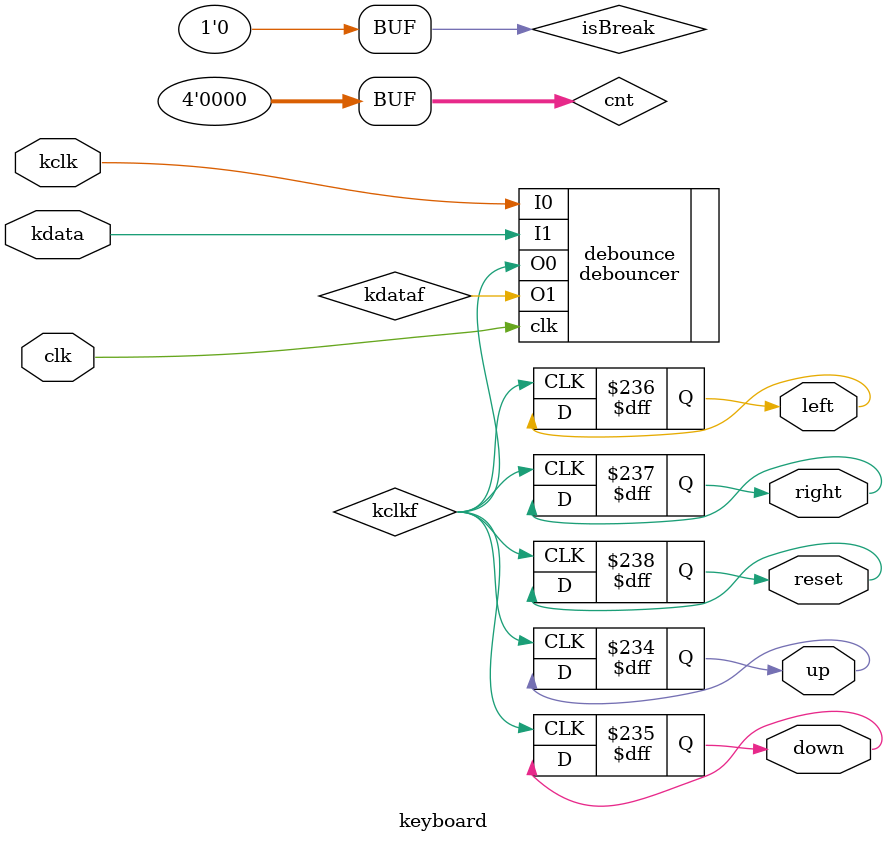
<source format=sv>

module keyboard(
               input  logic clk,
               input  logic kclk,
               input  logic kdata,
               output logic up, down, left, right, reset      // Keyboard for player
               );
    
    logic kclkf, kdataf;
    logic [10:0]datacur;
    logic [3:0]cnt;
    logic isBreak;
    
    parameter              // Parameter keyboard button for player 
        UP    = 8'h1D,     // W button 
        DOWN  = 8'h1B,     // S button
        LEFT  = 8'h1C,     // A button
        RIGHT = 8'h23,     // D button
        RESET = 8'h29;     // Space button
        
    always_comb 
	begin
      cnt     = 4'b0000;
      isBreak = 1'b0;
    end
    
    debouncer debounce(
             .clk(clk),
             .I0(kclk),
             .I1(kdata),
             .O0(kclkf),
             .O1(kdataf)
             );
    
    always_ff @(negedge(kclkf))
    begin
      if(isBreak == 1'b1)         // when the key is released
	  begin
        datacur [cnt] = kdataf;
        cnt = cnt + 1;
        if (cnt == 11) cnt = 0;
        
        if (datacur[8:1] == UP && cnt == 0)    begin up    = 0; isBreak = 0; end
        if (datacur[8:1] == DOWN && cnt == 0)  begin down  = 0; isBreak = 0; end
        if (datacur[8:1] == LEFT && cnt == 0)  begin left  = 0; isBreak = 0; end
        if (datacur[8:1] == RIGHT && cnt == 0) begin right = 0; isBreak = 0; end
        if (datacur[8:1] == RESET && cnt == 0) begin reset = 0; isBreak = 0; end
		
		if (cnt == 0) begin isBreak = 0; end
        
      end
     else                       // When the key is pressed
	 begin
       datacur[cnt] = kdataf; 
	   cnt = cnt + 1; 
	   if(cnt ==11) cnt = 0;
        
       if (datacur[8:1] == UP && cnt == 0)    up    = 1; 
       if (datacur[8:1] == DOWN && cnt == 0)  down  = 1;
       if (datacur[8:1] == LEFT && cnt == 0)  left  = 1;
       if (datacur[8:1] == RIGHT && cnt == 0) right = 1;
       if (datacur[8:1] == RESET && cnt == 0) reset = 1;
          
       if (datacur[8:1] == 8'hF0) isBreak = 1;             // set the isbreak, when not sending any data
     end
   end
   
endmodule
/* 
//For this code we need to send the 32 bit keycodeout to vga address and then have firmware to control the direction

module keyboard(
    input clk,
    input kclk,
    input kdata,
    output [31:0] keycodeout
    );
    
    
    wire kclkf, kdataf;
    reg [7:0]datacur;
    reg [7:0]dataprev;
    reg [3:0]cnt;
    reg [31:0]keycode;
    reg flag;
    
    initial begin
        keycode[31:0]<=0'h00000000;
        cnt<=4'b0000;
        flag<=1'b0;
    end
    
debouncer debounce(
    .clk(clk),
    .I0(kclk),
    .I1(kdata),
    .O0(kclkf),
    .O1(kdataf)
);
    
always@(negedge(kclkf))begin
    case(cnt)
    0:;//Start bit
    1:datacur[0]<=kdataf;
    2:datacur[1]<=kdataf;
    3:datacur[2]<=kdataf;
    4:datacur[3]<=kdataf;
    5:datacur[4]<=kdataf;
    6:datacur[5]<=kdataf;
    7:datacur[6]<=kdataf;
    8:datacur[7]<=kdataf;
    9:flag<=1'b1;
    10:flag<=1'b0;
    
    endcase
        if(cnt<=9) cnt<=cnt+1;
        else if(cnt==10) cnt<=0;
        
end

always @(posedge flag)begin
    if (dataprev!=datacur)begin
        keycode[31:24]<=keycode[23:16];
        keycode[23:16]<=keycode[15:8];
        keycode[15:8]<=dataprev;
        keycode[7:0]<=datacur;
        dataprev<=datacur;
    end
end
    
assign keycodeout=keycode;

endmodule*/

</source>
